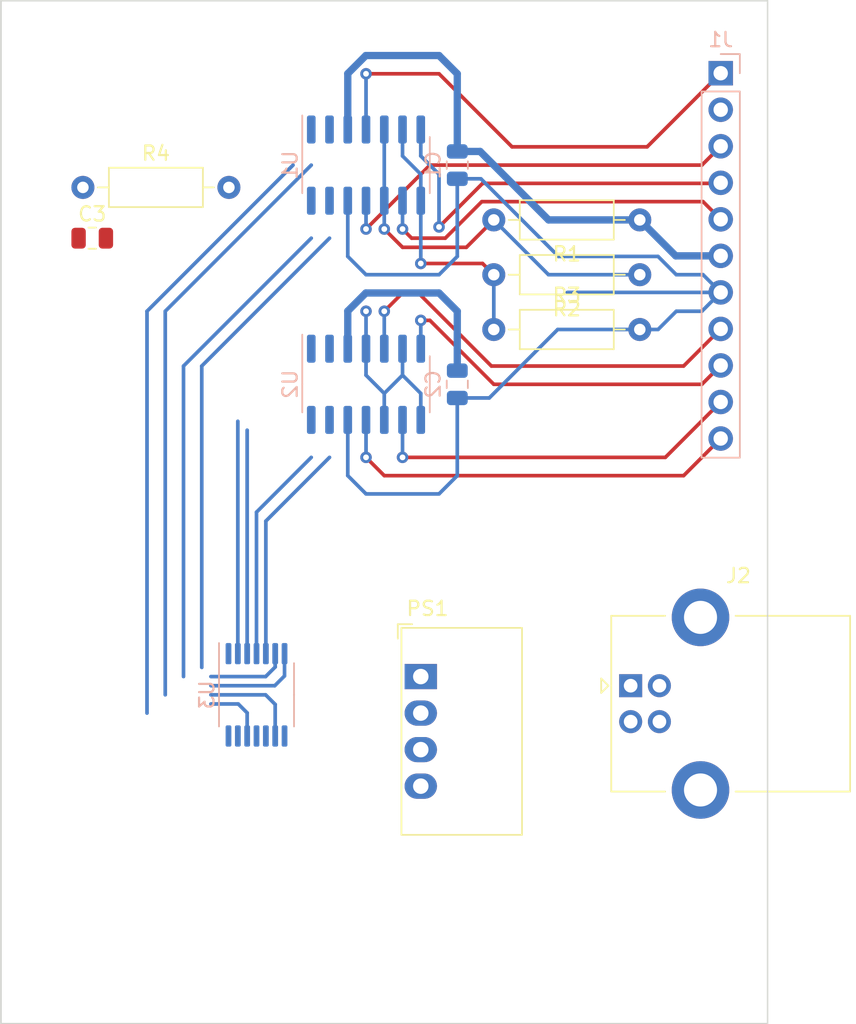
<source format=kicad_pcb>
(kicad_pcb (version 20211014) (generator pcbnew)
  (layers (0 "F.Cu" signal) (31 "B.Cu" signal) (34 "B.Paste" user) (35 "F.Paste" user) (36 "B.SilkS" user "B.Silkscreen") (37 "F.SilkS" user "F.Silkscreen") (38 "B.Mask" user) (39 "F.Mask" user) (44 "Edge.Cuts" user))
  (net 0 "")
  (net 1 "/~{T}")
  (net 2 "/~{ZERO}")
  (net 3 "/S1")
  (net 4 "/S4")
  (net 5 "/S")
  (net 6 "+5V")
  (net 7 "GND")
  (net 8 "/Y")
  (net 9 "/X")
  (net 10 "/W")
  (net 11 "/Z")
  (net 12 "/S1'")
  (net 13 "/T")
  (net 14 "/S4'")
  (net 15 "/S'")
  (net 16 "/X'")
  (net 17 "/Y'")
  (net 18 "/W'")
  (net 19 "/Z'")
  (net 20 "+3V3")
  (net 21 "/Tx")
  (net 22 "/VREF1")
  (net 23 "/VREF2")
  (net 24 "/Rx")
  (net 36 "Net-(U1-Pad14)")
  (footprint "Resistor_THT:R_Axial_DIN0207_L6.3mm_D2.5mm_P10.16mm_Horizontal" (layer "F.Cu") (at 90.17 76.2 180)
    (fp_text reference "R1" (at 5.08 -2.37) (layer "F.SilkS"))
    (fp_text value "150k")
    (fp_line (start 8.35 -1.37) (end 1.81 -1.37) (layer "F.SilkS") (width 0.12))
    (fp_line (start 9.12 0) (end 8.35 0) (layer "F.SilkS") (width 0.12))
    (fp_line (start 1.04 0) (end 1.81 0) (layer "F.SilkS") (width 0.12))
    (fp_line (start 8.35 1.37) (end 8.35 -1.37) (layer "F.SilkS") (width 0.12))
    (fp_line (start 1.81 -1.37) (end 1.81 1.37) (layer "F.SilkS") (width 0.12))
    (fp_line (start 1.81 1.37) (end 8.35 1.37) (layer "F.SilkS") (width 0.12))
    (pad "1" thru_hole circle (at 0 0 180) (size 1.6 1.6) (drill 0.8) (layers *.Cu *.Mask) (net 6 "+5V"))
    (pad "2" thru_hole oval (at 10.16 0 180) (size 1.6 1.6) (drill 0.8) (layers *.Cu *.Mask) (net 22 "/VREF1"))
  )
  (footprint "Connector_USB:USB_B_Lumberg_2411_02_Horizontal" (layer "F.Cu") (at 89.535 108.585)
    (fp_text reference "J2" (at 7.5 -7.65) (layer "F.SilkS"))
    (fp_text value "USB_B")
    (fp_line (start -1.55 0) (end -2.05 -0.5) (layer "F.SilkS") (width 0.12))
    (fp_line (start -1.35 -4.86) (end 2.4 -4.86) (layer "F.SilkS") (width 0.12))
    (fp_line (start 15.27 -4.86) (end 7.3 -4.86) (layer "F.SilkS") (width 0.12))
    (fp_line (start 15.27 7.36) (end 7.3 7.36) (layer "F.SilkS") (width 0.12))
    (fp_line (start 15.27 7.36) (end 15.27 -4.86) (layer "F.SilkS") (width 0.12))
    (fp_line (start -1.35 7.36) (end 2.4 7.36) (layer "F.SilkS") (width 0.12))
    (fp_line (start -2.05 0.5) (end -1.55 0) (layer "F.SilkS") (width 0.12))
    (fp_line (start -2.05 -0.5) (end -2.05 0.5) (layer "F.SilkS") (width 0.12))
    (fp_line (start -1.35 7.36) (end -1.35 -4.86) (layer "F.SilkS") (width 0.12))
    (pad "1" thru_hole rect (at 0 0 90) (size 1.6 1.6) (drill 0.95) (layers *.Cu *.Mask))
    (pad "2" thru_hole circle (at 0 2.5 90) (size 1.6 1.6) (drill 0.95) (layers *.Cu *.Mask))
    (pad "3" thru_hole circle (at 2 2.5 90) (size 1.6 1.6) (drill 0.95) (layers *.Cu *.Mask))
    (pad "4" thru_hole circle (at 2 0 90) (size 1.6 1.6) (drill 0.95) (layers *.Cu *.Mask))
    (pad "5" thru_hole circle (at 4.86 7.25 90) (size 4 4) (drill 2.3) (layers *.Cu *.Mask))
    (pad "5" thru_hole circle (at 4.86 -4.75 90) (size 4 4) (drill 2.3) (layers *.Cu *.Mask))
  )
  (footprint "MountingHole:MountingHole_3.2mm_M3" (layer "F.Cu") (at 88.3 66)
    (fp_text reference "H3" hide)
    (fp_text value "MountingHole")
    (pad "" np_thru_hole circle (at 0 0) (size 3.2 3.2) (drill 3.2) (layers *.Cu *.Mask))
  )
  (footprint "Resistor_THT:R_Axial_DIN0207_L6.3mm_D2.5mm_P10.16mm_Horizontal" (layer "F.Cu") (at 90.17 80.01 180)
    (fp_text reference "R2" (at 5.08 -2.37) (layer "F.SilkS"))
    (fp_text value "50k")
    (fp_line (start 9.12 0) (end 8.35 0) (layer "F.SilkS") (width 0.12))
    (fp_line (start 1.81 -1.37) (end 1.81 1.37) (layer "F.SilkS") (width 0.12))
    (fp_line (start 8.35 -1.37) (end 1.81 -1.37) (layer "F.SilkS") (width 0.12))
    (fp_line (start 8.35 1.37) (end 8.35 -1.37) (layer "F.SilkS") (width 0.12))
    (fp_line (start 1.04 0) (end 1.81 0) (layer "F.SilkS") (width 0.12))
    (fp_line (start 1.81 1.37) (end 8.35 1.37) (layer "F.SilkS") (width 0.12))
    (pad "1" thru_hole circle (at 0 0 180) (size 1.6 1.6) (drill 0.8) (layers *.Cu *.Mask) (net 22 "/VREF1"))
    (pad "2" thru_hole oval (at 10.16 0 180) (size 1.6 1.6) (drill 0.8) (layers *.Cu *.Mask) (net 23 "/VREF2"))
  )
  (footprint "MountingHole:MountingHole_3.2mm_M3" (layer "F.Cu") (at 50.8 127)
    (fp_text reference "H1" hide)
    (fp_text value "MountingHole")
    (pad "" np_thru_hole circle (at 0 0) (size 3.2 3.2) (drill 3.2) (layers *.Cu *.Mask))
  )
  (footprint "MountingHole:MountingHole_3.2mm_M3" (layer "F.Cu") (at 88.3 127)
    (fp_text reference "H2" hide)
    (fp_text value "MountingHole")
    (pad "" np_thru_hole circle (at 0 0) (size 3.2 3.2) (drill 3.2) (layers *.Cu *.Mask))
  )
  (footprint "Resistor_THT:R_Axial_DIN0207_L6.3mm_D2.5mm_P10.16mm_Horizontal" (layer "F.Cu") (at 51.42 73.94)
    (fp_text reference "R4" (at 5.08 -2.37) (layer "F.SilkS"))
    (fp_text value "15k")
    (fp_line (start 1.81 1.37) (end 8.35 1.37) (layer "F.SilkS") (width 0.12))
    (fp_line (start 9.12 0) (end 8.35 0) (layer "F.SilkS") (width 0.12))
    (fp_line (start 8.35 -1.37) (end 1.81 -1.37) (layer "F.SilkS") (width 0.12))
    (fp_line (start 8.35 1.37) (end 8.35 -1.37) (layer "F.SilkS") (width 0.12))
    (fp_line (start 1.04 0) (end 1.81 0) (layer "F.SilkS") (width 0.12))
    (fp_line (start 1.81 -1.37) (end 1.81 1.37) (layer "F.SilkS") (width 0.12))
    (pad "1" thru_hole circle (at 0 0) (size 1.6 1.6) (drill 0.8) (layers *.Cu *.Mask) (net 36 "Net-(U1-Pad14)"))
    (pad "2" thru_hole oval (at 10.16 0) (size 1.6 1.6) (drill 0.8) (layers *.Cu *.Mask) (net 15 "/S'"))
  )
  (footprint "MountingHole:MountingHole_3.2mm_M3" (layer "F.Cu") (at 50.8 66)
    (fp_text reference "H4" hide)
    (fp_text value "MountingHole")
    (pad "" np_thru_hole circle (at 0 0) (size 3.2 3.2) (drill 3.2) (layers *.Cu *.Mask))
  )
  (footprint "Converter_DCDC:Converter_DCDC_Murata_MEE3SxxxxSC_THT" (layer "F.Cu") (at 74.93 107.95)
    (fp_text reference "PS1" (at 0.47 -4.73) (layer "F.SilkS"))
    (fp_text value "MEE3S0505SC")
    (fp_line (start -1.345 -3.385) (end -1.345 11.005) (layer "F.SilkS") (width 0.12))
    (fp_line (start 7.045 11.005) (end -1.345 11.005) (layer "F.SilkS") (width 0.12))
    (fp_line (start -1.6 -3.64) (end -1.6 -2.64) (layer "F.SilkS") (width 0.12))
    (fp_line (start 7.045 -3.385) (end 7.045 11.005) (layer "F.SilkS") (width 0.12))
    (fp_line (start -0.6 -3.64) (end -1.6 -3.64) (layer "F.SilkS") (width 0.12))
    (fp_line (start 7.045 -3.385) (end -1.345 -3.385) (layer "F.SilkS") (width 0.12))
    (pad "1" thru_hole rect (at 0 0 270) (size 1.75 2.25) (drill 1.075) (layers *.Cu *.Mask))
    (pad "2" thru_hole oval (at 0 2.54 270) (size 1.75 2.25) (drill 1.075) (layers *.Cu *.Mask))
    (pad "3" thru_hole oval (at 0 5.08 270) (size 1.75 2.25) (drill 1.075) (layers *.Cu *.Mask))
    (pad "4" thru_hole oval (at 0 7.62 270) (size 1.75 2.25) (drill 1.075) (layers *.Cu *.Mask))
  )
  (footprint "Capacitor_SMD:C_0805_2012Metric" (layer "F.Cu") (at 52.07 77.47)
    (fp_text reference "C3" (at 0 -1.68) (layer "F.SilkS"))
    (fp_text value "68p")
    (fp_line (start -0.261252 0.735) (end 0.261252 0.735) (layer "F.SilkS") (width 0.12))
    (fp_line (start -0.261252 -0.735) (end 0.261252 -0.735) (layer "F.SilkS") (width 0.12))
    (pad "1" smd roundrect (at -0.95 0) (size 1 1.45) (layers "F.Cu" "F.Paste" "F.Mask") (net 15 "/S'"))
    (pad "2" smd roundrect (at 0.95 0) (size 1 1.45) (layers "F.Cu" "F.Paste" "F.Mask") (net 7 "GND"))
  )
  (footprint "Resistor_THT:R_Axial_DIN0207_L6.3mm_D2.5mm_P10.16mm_Horizontal" (layer "F.Cu") (at 80.01 83.82)
    (fp_text reference "R3" (at 5.08 -2.37) (layer "F.SilkS"))
    (fp_text value "100k")
    (fp_line (start 8.35 1.37) (end 8.35 -1.37) (layer "F.SilkS") (width 0.12))
    (fp_line (start 9.12 0) (end 8.35 0) (layer "F.SilkS") (width 0.12))
    (fp_line (start 8.35 -1.37) (end 1.81 -1.37) (layer "F.SilkS") (width 0.12))
    (fp_line (start 1.81 1.37) (end 8.35 1.37) (layer "F.SilkS") (width 0.12))
    (fp_line (start 1.81 -1.37) (end 1.81 1.37) (layer "F.SilkS") (width 0.12))
    (fp_line (start 1.04 0) (end 1.81 0) (layer "F.SilkS") (width 0.12))
    (pad "1" thru_hole circle (at 0 0) (size 1.6 1.6) (drill 0.8) (layers *.Cu *.Mask) (net 23 "/VREF2"))
    (pad "2" thru_hole oval (at 10.16 0) (size 1.6 1.6) (drill 0.8) (layers *.Cu *.Mask) (net 7 "GND"))
  )
  (footprint "Connector_PinHeader_2.54mm:PinHeader_1x11_P2.54mm_Vertical" (layer "B.Cu") (at 95.8 66 180)
    (fp_text reference "J1" (at 0 2.33) (layer "B.SilkS") (effects (justify mirror)))
    (fp_text value "Conn_01x11_Male")
    (fp_line (start -1.33 -1.27) (end 1.33 -1.27) (layer "B.SilkS") (width 0.12))
    (fp_line (start 1.33 -1.27) (end 1.33 -26.73) (layer "B.SilkS") (width 0.12))
    (fp_line (start -1.33 -1.27) (end -1.33 -26.73) (layer "B.SilkS") (width 0.12))
    (fp_line (start -1.33 1.33) (end 0 1.33) (layer "B.SilkS") (width 0.12))
    (fp_line (start -1.33 -26.73) (end 1.33 -26.73) (layer "B.SilkS") (width 0.12))
    (fp_line (start -1.33 0) (end -1.33 1.33) (layer "B.SilkS") (width 0.12))
    (pad "1" thru_hole rect (at 0 0 180) (size 1.7 1.7) (drill 1) (layers *.Cu *.Mask) (net 1 "/~{T}"))
    (pad "2" thru_hole oval (at 0 -2.54 180) (size 1.7 1.7) (drill 1) (layers *.Cu *.Mask) (net 2 "/~{ZERO}"))
    (pad "3" thru_hole oval (at 0 -5.08 180) (size 1.7 1.7) (drill 1) (layers *.Cu *.Mask) (net 3 "/S1"))
    (pad "4" thru_hole oval (at 0 -7.62 180) (size 1.7 1.7) (drill 1) (layers *.Cu *.Mask) (net 4 "/S4"))
    (pad "5" thru_hole oval (at 0 -10.16 180) (size 1.7 1.7) (drill 1) (layers *.Cu *.Mask) (net 5 "/S"))
    (pad "6" thru_hole oval (at 0 -12.7 180) (size 1.7 1.7) (drill 1) (layers *.Cu *.Mask) (net 6 "+5V"))
    (pad "7" thru_hole oval (at 0 -15.24 180) (size 1.7 1.7) (drill 1) (layers *.Cu *.Mask) (net 7 "GND"))
    (pad "8" thru_hole oval (at 0 -17.78 180) (size 1.7 1.7) (drill 1) (layers *.Cu *.Mask) (net 8 "/Y"))
    (pad "9" thru_hole oval (at 0 -20.32 180) (size 1.7 1.7) (drill 1) (layers *.Cu *.Mask) (net 9 "/X"))
    (pad "10" thru_hole oval (at 0 -22.86 180) (size 1.7 1.7) (drill 1) (layers *.Cu *.Mask) (net 10 "/W"))
    (pad "11" thru_hole oval (at 0 -25.4 180) (size 1.7 1.7) (drill 1) (layers *.Cu *.Mask) (net 11 "/Z"))
  )
  (footprint "Package_SO:SOIC-14_3.9x8.7mm_P1.27mm" (layer "B.Cu") (at 71.12 72.39 -90)
    (fp_text reference "U1" (at 0 5.28 -270) (layer "B.SilkS") (effects (justify mirror)))
    (fp_text value "LM339")
    (fp_line (start 0 -4.435) (end -1.95 -4.435) (layer "B.SilkS") (width 0.12))
    (fp_line (start 0 -4.435) (end 1.95 -4.435) (layer "B.SilkS") (width 0.12))
    (fp_line (start 0 4.435) (end -3.45 4.435) (layer "B.SilkS") (width 0.12))
    (fp_line (start 0 4.435) (end 1.95 4.435) (layer "B.SilkS") (width 0.12))
    (pad "1" smd roundrect (at -2.475 3.81 270) (size 1.95 0.6) (layers "B.Cu" "B.Paste" "B.Mask") (net 14 "/S4'"))
    (pad "2" smd roundrect (at -2.475 2.54 270) (size 1.95 0.6) (layers "B.Cu" "B.Paste" "B.Mask") (net 13 "/T"))
    (pad "3" smd roundrect (at -2.475 1.27 270) (size 1.95 0.6) (layers "B.Cu" "B.Paste" "B.Mask") (net 6 "+5V"))
    (pad "4" smd roundrect (at -2.475 0 270) (size 1.95 0.6) (layers "B.Cu" "B.Paste" "B.Mask") (net 1 "/~{T}"))
    (pad "5" smd roundrect (at -2.475 -1.27 270) (size 1.95 0.6) (layers "B.Cu" "B.Paste" "B.Mask") (net 22 "/VREF1"))
    (pad "6" smd roundrect (at -2.475 -2.54 270) (size 1.95 0.6) (layers "B.Cu" "B.Paste" "B.Mask") (net 23 "/VREF2"))
    (pad "7" smd roundrect (at -2.475 -3.81 270) (size 1.95 0.6) (layers "B.Cu" "B.Paste" "B.Mask") (net 4 "/S4"))
    (pad "8" smd roundrect (at 2.475 -3.81 270) (size 1.95 0.6) (layers "B.Cu" "B.Paste" "B.Mask") (net 23 "/VREF2"))
    (pad "9" smd roundrect (at 2.475 -2.54 270) (size 1.95 0.6) (layers "B.Cu" "B.Paste" "B.Mask") (net 5 "/S"))
    (pad "10" smd roundrect (at 2.475 -1.27 270) (size 1.95 0.6) (layers "B.Cu" "B.Paste" "B.Mask") (net 22 "/VREF1"))
    (pad "11" smd roundrect (at 2.475 0 270) (size 1.95 0.6) (layers "B.Cu" "B.Paste" "B.Mask") (net 3 "/S1"))
    (pad "12" smd roundrect (at 2.475 1.27 270) (size 1.95 0.6) (layers "B.Cu" "B.Paste" "B.Mask") (net 7 "GND"))
    (pad "13" smd roundrect (at 2.475 2.54 270) (size 1.95 0.6) (layers "B.Cu" "B.Paste" "B.Mask") (net 12 "/S1'"))
    (pad "14" smd roundrect (at 2.475 3.81 270) (size 1.95 0.6) (layers "B.Cu" "B.Paste" "B.Mask") (net 36 "Net-(U1-Pad14)"))
  )
  (footprint "Package_SO:SOIC-14_3.9x8.7mm_P1.27mm" (layer "B.Cu") (at 71.12 87.63 -90)
    (fp_text reference "U2" (at 0 5.28 -270) (layer "B.SilkS") (effects (justify mirror)))
    (fp_text value "LM339")
    (fp_line (start 0 -4.435) (end 1.95 -4.435) (layer "B.SilkS") (width 0.12))
    (fp_line (start 0 -4.435) (end -1.95 -4.435) (layer "B.SilkS") (width 0.12))
    (fp_line (start 0 4.435) (end 1.95 4.435) (layer "B.SilkS") (width 0.12))
    (fp_line (start 0 4.435) (end -3.45 4.435) (layer "B.SilkS") (width 0.12))
    (pad "1" smd roundrect (at -2.475 3.81 270) (size 1.95 0.6) (layers "B.Cu" "B.Paste" "B.Mask") (net 16 "/X'"))
    (pad "2" smd roundrect (at -2.475 2.54 270) (size 1.95 0.6) (layers "B.Cu" "B.Paste" "B.Mask") (net 17 "/Y'"))
    (pad "3" smd roundrect (at -2.475 1.27 270) (size 1.95 0.6) (layers "B.Cu" "B.Paste" "B.Mask") (net 6 "+5V"))
    (pad "4" smd roundrect (at -2.475 0 270) (size 1.95 0.6) (layers "B.Cu" "B.Paste" "B.Mask") (net 22 "/VREF1"))
    (pad "5" smd roundrect (at -2.475 -1.27 270) (size 1.95 0.6) (layers "B.Cu" "B.Paste" "B.Mask") (net 8 "/Y"))
    (pad "6" smd roundrect (at -2.475 -2.54 270) (size 1.95 0.6) (layers "B.Cu" "B.Paste" "B.Mask") (net 22 "/VREF1"))
    (pad "7" smd roundrect (at -2.475 -3.81 270) (size 1.95 0.6) (layers "B.Cu" "B.Paste" "B.Mask") (net 9 "/X"))
    (pad "8" smd roundrect (at 2.475 -3.81 270) (size 1.95 0.6) (layers "B.Cu" "B.Paste" "B.Mask") (net 22 "/VREF1"))
    (pad "9" smd roundrect (at 2.475 -2.54 270) (size 1.95 0.6) (layers "B.Cu" "B.Paste" "B.Mask") (net 10 "/W"))
    (pad "10" smd roundrect (at 2.475 -1.27 270) (size 1.95 0.6) (layers "B.Cu" "B.Paste" "B.Mask") (net 22 "/VREF1"))
    (pad "11" smd roundrect (at 2.475 0 270) (size 1.95 0.6) (layers "B.Cu" "B.Paste" "B.Mask") (net 11 "/Z"))
    (pad "12" smd roundrect (at 2.475 1.27 270) (size 1.95 0.6) (layers "B.Cu" "B.Paste" "B.Mask") (net 7 "GND"))
    (pad "13" smd roundrect (at 2.475 2.54 270) (size 1.95 0.6) (layers "B.Cu" "B.Paste" "B.Mask") (net 19 "/Z'"))
    (pad "14" smd roundrect (at 2.475 3.81 270) (size 1.95 0.6) (layers "B.Cu" "B.Paste" "B.Mask") (net 18 "/W'"))
  )
  (footprint "Capacitor_SMD:C_0805_2012Metric" (layer "B.Cu") (at 77.47 72.39 -90)
    (fp_text reference "C1" (at 0 1.68 90) (layer "B.SilkS") (effects (justify mirror)))
    (fp_text value "C")
    (fp_line (start -0.261252 0.735) (end 0.261252 0.735) (layer "B.SilkS") (width 0.12))
    (fp_line (start -0.261252 -0.735) (end 0.261252 -0.735) (layer "B.SilkS") (width 0.12))
    (pad "1" smd roundrect (at -0.95 0 270) (size 1 1.45) (layers "B.Cu" "B.Paste" "B.Mask") (net 6 "+5V"))
    (pad "2" smd roundrect (at 0.95 0 270) (size 1 1.45) (layers "B.Cu" "B.Paste" "B.Mask") (net 7 "GND"))
  )
  (footprint "Package_SO:TSSOP-14_4.4x5mm_P0.65mm" (layer "B.Cu") (at 63.5 109.22 -90)
    (fp_text reference "U3" (at 0 3.45 90) (layer "B.SilkS") (effects (justify mirror)))
    (fp_text value "MSP430G2452IPW14")
    (fp_line (start 0 2.61) (end 2.2 2.61) (layer "B.SilkS") (width 0.12))
    (fp_line (start 0 -2.61) (end -2.2 -2.61) (layer "B.SilkS") (width 0.12))
    (fp_line (start 0 2.61) (end -3.6 2.61) (layer "B.SilkS") (width 0.12))
    (fp_line (start 0 -2.61) (end 2.2 -2.61) (layer "B.SilkS") (width 0.12))
    (pad "1" smd roundrect (at -2.8625 1.95 270) (size 1.475 0.4) (layers "B.Cu" "B.Paste" "B.Mask") (net 20 "+3V3"))
    (pad "2" smd roundrect (at -2.8625 1.3 270) (size 1.475 0.4) (layers "B.Cu" "B.Paste" "B.Mask") (net 19 "/Z'"))
    (pad "3" smd roundrect (at -2.8625 0.65 270) (size 1.475 0.4) (layers "B.Cu" "B.Paste" "B.Mask") (net 17 "/Y'"))
    (pad "4" smd roundrect (at -2.8625 0 270) (size 1.475 0.4) (layers "B.Cu" "B.Paste" "B.Mask") (net 16 "/X'"))
    (pad "5" smd roundrect (at -2.8625 -0.65 270) (size 1.475 0.4) (layers "B.Cu" "B.Paste" "B.Mask") (net 18 "/W'"))
    (pad "6" smd roundrect (at -2.8625 -1.3 270) (size 1.475 0.4) (layers "B.Cu" "B.Paste" "B.Mask") (net 13 "/T"))
    (pad "7" smd roundrect (at -2.8625 -1.95 270) (size 1.475 0.4) (layers "B.Cu" "B.Paste" "B.Mask") (net 15 "/S'"))
    (pad "8" smd roundrect (at 2.8625 -1.95 270) (size 1.475 0.4) (layers "B.Cu" "B.Paste" "B.Mask") (net 21 "/Tx"))
    (pad "9" smd roundrect (at 2.8625 -1.3 270) (size 1.475 0.4) (layers "B.Cu" "B.Paste" "B.Mask") (net 24 "/Rx"))
    (pad "10" smd roundrect (at 2.8625 -0.65 270) (size 1.475 0.4) (layers "B.Cu" "B.Paste" "B.Mask"))
    (pad "11" smd roundrect (at 2.8625 0 270) (size 1.475 0.4) (layers "B.Cu" "B.Paste" "B.Mask"))
    (pad "12" smd roundrect (at 2.8625 0.65 270) (size 1.475 0.4) (layers "B.Cu" "B.Paste" "B.Mask") (net 14 "/S4'"))
    (pad "13" smd roundrect (at 2.8625 1.3 270) (size 1.475 0.4) (layers "B.Cu" "B.Paste" "B.Mask") (net 12 "/S1'"))
    (pad "14" smd roundrect (at 2.8625 1.95 270) (size 1.475 0.4) (layers "B.Cu" "B.Paste" "B.Mask") (net 7 "GND"))
  )
  (footprint "Capacitor_SMD:C_0805_2012Metric" (layer "B.Cu") (at 77.47 87.63 -90)
    (fp_text reference "C2" (at 0 1.68 90) (layer "B.SilkS") (effects (justify mirror)))
    (fp_text value "C")
    (fp_line (start -0.261252 -0.735) (end 0.261252 -0.735) (layer "B.SilkS") (width 0.12))
    (fp_line (start -0.261252 0.735) (end 0.261252 0.735) (layer "B.SilkS") (width 0.12))
    (pad "1" smd roundrect (at -0.95 0 270) (size 1 1.45) (layers "B.Cu" "B.Paste" "B.Mask") (net 6 "+5V"))
    (pad "2" smd roundrect (at 0.95 0 270) (size 1 1.45) (layers "B.Cu" "B.Paste" "B.Mask") (net 7 "GND"))
  )
  (gr_line (start 99.06 132.08) (end 45.72 132.08) (layer "Edge.Cuts") (width 0.1))
  (gr_line (start 99.06 60.96) (end 99.06 132.08) (layer "Edge.Cuts") (width 0.1))
  (gr_line (start 45.72 132.08) (end 45.72 60.96) (layer "Edge.Cuts") (width 0.1))
  (gr_line (start 45.72 60.96) (end 99.06 60.96) (layer "Edge.Cuts") (width 0.1))
  (segment (start 81.28 71.12) (end 90.68 71.12) (width 0.254) (layer "F.Cu") (net 1))
  (segment (start 71.12 66.04) (end 76.2 66.04) (width 0.254) (layer "F.Cu") (net 1))
  (segment (start 76.2 66.04) (end 81.28 71.12) (width 0.254) (layer "F.Cu") (net 1))
  (segment (start 90.68 71.12) (end 95.8 66) (width 0.254) (layer "F.Cu") (net 1))
  (via (at 71.12 66.04) (size 0.8) (drill 0.4) (layers "F.Cu" "B.Cu") (net 1))
  (segment (start 71.12 69.915) (end 71.12 66.04) (width 0.254) (layer "B.Cu") (net 1))
  (segment (start 75.565 72.39) (end 71.12 76.835) (width 0.254) (layer "F.Cu") (net 3))
  (segment (start 95.8 71.08) (end 94.49 72.39) (width 0.254) (layer "F.Cu") (net 3))
  (segment (start 94.49 72.39) (end 75.565 72.39) (width 0.254) (layer "F.Cu") (net 3))
  (via (at 71.12 76.835) (size 0.8) (drill 0.4) (layers "F.Cu" "B.Cu") (net 3))
  (segment (start 71.12 74.865) (end 71.12 76.835) (width 0.254) (layer "B.Cu") (net 3))
  (segment (start 79.2295 73.66) (end 76.2 76.6895) (width 0.254) (layer "F.Cu") (net 4))
  (segment (start 95.76 73.66) (end 79.2295 73.66) (width 0.254) (layer "F.Cu") (net 4))
  (segment (start 95.8 73.62) (end 95.76 73.66) (width 0.254) (layer "F.Cu") (net 4))
  (via (at 76.2 76.6895) (size 0.8) (drill 0.4) (layers "F.Cu" "B.Cu") (net 4))
  (segment (start 74.93 71.755) (end 75.565 72.39) (width 0.254) (layer "B.Cu") (net 4))
  (segment (start 75.565 72.39) (end 76.2 73.025) (width 0.254) (layer "B.Cu") (net 4))
  (segment (start 74.93 69.915) (end 74.93 71.755) (width 0.254) (layer "B.Cu") (net 4))
  (segment (start 76.2 73.025) (end 76.2 76.6895) (width 0.254) (layer "B.Cu") (net 4))
  (segment (start 79.175252 74.93) (end 76.635241 77.470011) (width 0.254) (layer "F.Cu") (net 5))
  (segment (start 76.635241 77.470011) (end 74.295011 77.470011) (width 0.254) (layer "F.Cu") (net 5))
  (segment (start 74.295011 77.470011) (end 73.66 76.835) (width 0.254) (layer "F.Cu") (net 5))
  (segment (start 94.57 74.93) (end 79.175252 74.93) (width 0.254) (layer "F.Cu") (net 5))
  (segment (start 95.8 76.16) (end 94.57 74.93) (width 0.254) (layer "F.Cu") (net 5))
  (via (at 73.66 76.835) (size 0.8) (drill 0.4) (layers "F.Cu" "B.Cu") (net 5))
  (segment (start 73.66 76.835) (end 73.66 74.865) (width 0.254) (layer "B.Cu") (net 5))
  (segment (start 77.47 66.04) (end 77.47 71.44) (width 0.508) (layer "B.Cu") (net 6))
  (segment (start 69.85 82.536585) (end 71.106585 81.28) (width 0.508) (layer "B.Cu") (net 6))
  (segment (start 79.06 71.44) (end 83.82 76.2) (width 0.508) (layer "B.Cu") (net 6))
  (segment (start 77.47 82.55) (end 77.47 86.68) (width 0.508) (layer "B.Cu") (net 6))
  (segment (start 69.85 66.026585) (end 71.106585 64.77) (width 0.508) (layer "B.Cu") (net 6))
  (segment (start 69.85 85.155) (end 69.85 82.536585) (width 0.508) (layer "B.Cu") (net 6))
  (segment (start 83.82 76.2) (end 90.17 76.2) (width 0.508) (layer "B.Cu") (net 6))
  (segment (start 95.8 78.7) (end 92.67 78.7) (width 0.508) (layer "B.Cu") (net 6))
  (segment (start 76.2 64.77) (end 77.47 66.04) (width 0.508) (layer "B.Cu") (net 6))
  (segment (start 92.67 78.7) (end 90.17 76.2) (width 0.508) (layer "B.Cu") (net 6))
  (segment (start 71.106585 81.28) (end 76.2 81.28) (width 0.508) (layer "B.Cu") (net 6))
  (segment (start 76.2 81.28) (end 77.47 82.55) (width 0.508) (layer "B.Cu") (net 6))
  (segment (start 69.85 69.915) (end 69.85 66.026585) (width 0.508) (layer "B.Cu") (net 6))
  (segment (start 71.106585 64.77) (end 76.2 64.77) (width 0.508) (layer "B.Cu") (net 6))
  (segment (start 77.47 71.44) (end 79.06 71.44) (width 0.508) (layer "B.Cu") (net 6))
  (segment (start 94.49 82.55) (end 95.8 81.24) (width 0.254) (layer "B.Cu") (net 7))
  (segment (start 76.2 80.01) (end 77.47 78.74) (width 0.254) (layer "B.Cu") (net 7))
  (segment (start 71.12 95.25) (end 69.85 93.98) (width 0.254) (layer "B.Cu") (net 7))
  (segment (start 77.47 93.98) (end 76.2 95.25) (width 0.254) (layer "B.Cu") (net 7))
  (segment (start 94.57 80.01) (end 92.71 80.01) (width 0.254) (layer "B.Cu") (net 7))
  (segment (start 77.47 88.58) (end 77.47 93.98) (width 0.254) (layer "B.Cu") (net 7))
  (segment (start 91.44 83.82) (end 90.17 83.82) (width 0.254) (layer "B.Cu") (net 7))
  (segment (start 84.455 83.82) (end 90.17 83.82) (width 0.254) (layer "B.Cu") (net 7))
  (segment (start 77.47 78.74) (end 77.47 73.34) (width 0.254) (layer "B.Cu") (net 7))
  (segment (start 69.85 93.98) (end 69.85 90.105) (width 0.254) (layer "B.Cu") (net 7))
  (segment (start 79.695 88.58) (end 84.455 83.82) (width 0.254) (layer "B.Cu") (net 7))
  (segment (start 69.85 78.74) (end 71.12 80.01) (width 0.254) (layer "B.Cu") (net 7))
  (segment (start 79.111689 73.34) (end 77.47 73.34) (width 0.254) (layer "B.Cu") (net 7))
  (segment (start 69.85 74.865) (end 69.85 78.74) (width 0.254) (layer "B.Cu") (net 7))
  (segment (start 95.8 81.24) (end 85.13 81.24) (width 0.254) (layer "B.Cu") (net 7))
  (segment (start 91.44 78.74) (end 84.511689 78.74) (width 0.254) (layer "B.Cu") (net 7))
  (segment (start 95.8 81.24) (end 94.57 80.01) (width 0.254) (layer "B.Cu") (net 7))
  (segment (start 77.47 88.58) (end 79.695 88.58) (width 0.254) (layer "B.Cu") (net 7))
  (segment (start 71.12 80.01) (end 76.2 80.01) (width 0.254) (layer "B.Cu") (net 7))
  (segment (start 92.71 82.55) (end 94.49 82.55) (width 0.254) (layer "B.Cu") (net 7))
  (segment (start 91.44 83.82) (end 92.71 82.55) (width 0.254) (layer "B.Cu") (net 7))
  (segment (start 84.511689 78.74) (end 79.111689 73.34) (width 0.254) (layer "B.Cu") (net 7))
  (segment (start 76.2 95.25) (end 71.12 95.25) (width 0.254) (layer "B.Cu") (net 7))
  (segment (start 92.71 80.01) (end 91.44 78.74) (width 0.254) (layer "B.Cu") (net 7))
  (segment (start 72.39 82.55) (end 73.66 81.28) (width 0.254) (layer "F.Cu") (net 8))
  (segment (start 79.84381 86.36) (end 93.22 86.36) (width 0.254) (layer "F.Cu") (net 8))
  (segment (start 93.22 86.36) (end 95.8 83.78) (width 0.254) (layer "F.Cu") (net 8))
  (segment (start 73.66 81.28) (end 74.76381 81.28) (width 0.254) (layer "F.Cu") (net 8))
  (segment (start 74.76381 81.28) (end 79.84381 86.36) (width 0.254) (layer "F.Cu") (net 8))
  (via (at 72.39 82.55) (size 0.8) (drill 0.4) (layers "F.Cu" "B.Cu") (net 8))
  (segment (start 72.39 85.155) (end 72.39 82.55) (width 0.254) (layer "B.Cu") (net 8))
  (segment (start 74.93 83.185) (end 75.565 83.185) (width 0.254) (layer "F.Cu") (net 9))
  (segment (start 94.49 87.63) (end 95.8 86.32) (width 0.254) (layer "F.Cu") (net 9))
  (segment (start 80.01 87.63) (end 94.49 87.63) (width 0.254) (layer "F.Cu") (net 9))
  (segment (start 75.565 83.185) (end 80.01 87.63) (width 0.254) (layer "F.Cu") (net 9))
  (via (at 74.93 83.185) (size 0.8) (drill 0.4) (layers "F.Cu" "B.Cu") (net 9))
  (segment (start 74.93 83.185) (end 74.93 85.155) (width 0.254) (layer "B.Cu") (net 9))
  (segment (start 91.95 92.71) (end 73.66 92.71) (width 0.254) (layer "F.Cu") (net 10))
  (segment (start 95.8 88.86) (end 91.95 92.71) (width 0.254) (layer "F.Cu") (net 10))
  (via (at 73.66 92.71) (size 0.8) (drill 0.4) (layers "F.Cu" "B.Cu") (net 10))
  (segment (start 73.66 92.71) (end 73.66 90.105) (width 0.254) (layer "B.Cu") (net 10))
  (segment (start 71.12 92.71) (end 72.39 93.98) (width 0.254) (layer "F.Cu") (net 11))
  (segment (start 93.22 93.98) (end 95.8 91.4) (width 0.254) (layer "F.Cu") (net 11))
  (segment (start 72.39 93.98) (end 93.22 93.98) (width 0.254) (layer "F.Cu") (net 11))
  (via (at 71.12 92.71) (size 0.8) (drill 0.4) (layers "F.Cu" "B.Cu") (net 11))
  (segment (start 71.12 90.105) (end 71.12 92.71) (width 0.254) (layer "B.Cu") (net 11))
  (segment (start 68.58 77.47) (end 59.69 86.36) (width 0.254) (layer "B.Cu") (net 12))
  (segment (start 59.69 86.36) (end 59.69 107.315) (width 0.254) (layer "B.Cu") (net 12))
  (segment (start 57.15 82.55) (end 57.15 109.22) (width 0.254) (layer "B.Cu") (net 13))
  (segment (start 64.8 106.3575) (end 64.8 107.285) (width 0.254) (layer "B.Cu") (net 13))
  (segment (start 64.135 107.95) (end 60.325 107.95) (width 0.254) (layer "B.Cu") (net 13))
  (segment (start 64.8 107.285) (end 64.135 107.95) (width 0.254) (layer "B.Cu") (net 13))
  (segment (start 67.31 72.39) (end 57.15 82.55) (width 0.254) (layer "B.Cu") (net 13))
  (segment (start 62.85 112.0825) (end 62.85 110.475) (width 0.254) (layer "B.Cu") (net 14))
  (segment (start 62.85 110.475) (end 62.23 109.855) (width 0.254) (layer "B.Cu") (net 14))
  (segment (start 55.88 82.55) (end 55.88 110.49) (width 0.254) (layer "B.Cu") (net 14))
  (segment (start 62.23 109.855) (end 60.325 109.855) (width 0.254) (layer "B.Cu") (net 14))
  (segment (start 66.04 72.39) (end 55.88 82.55) (width 0.254) (layer "B.Cu") (net 14))
  (segment (start 64.77 108.585) (end 60.325 108.585) (width 0.254) (layer "B.Cu") (net 15))
  (segment (start 65.45 106.3575) (end 65.45 107.905) (width 0.254) (layer "B.Cu") (net 15))
  (segment (start 65.45 107.905) (end 64.77 108.585) (width 0.254) (layer "B.Cu") (net 15))
  (segment (start 67.31 77.47) (end 58.42 86.36) (width 0.254) (layer "B.Cu") (net 15))
  (segment (start 58.42 86.36) (end 58.42 107.95) (width 0.254) (layer "B.Cu") (net 15))
  (segment (start 63.5 96.52) (end 63.5 106.3575) (width 0.254) (layer "B.Cu") (net 16))
  (segment (start 67.31 92.71) (end 63.5 96.52) (width 0.254) (layer "B.Cu") (net 16))
  (segment (start 62.85 90.82) (end 62.85 106.3575) (width 0.254) (layer "B.Cu") (net 17))
  (segment (start 64.15 106.3575) (end 64.15 97.14) (width 0.254) (layer "B.Cu") (net 18))
  (segment (start 64.15 97.14) (end 68.58 92.71) (width 0.254) (layer "B.Cu") (net 18))
  (segment (start 62.2 90.2) (end 62.2 106.3575) (width 0.254) (layer "B.Cu") (net 19))
  (segment (start 78.105 78.105) (end 73.66 78.105) (width 0.254) (layer "F.Cu") (net 22))
  (segment (start 80.01 76.2) (end 78.105 78.105) (width 0.254) (layer "F.Cu") (net 22))
  (segment (start 73.66 78.105) (end 72.39 76.835) (width 0.254) (layer "F.Cu") (net 22))
  (via (at 72.39 76.835) (size 0.8) (drill 0.4) (layers "F.Cu" "B.Cu") (net 22))
  (via (at 71.12 82.55) (size 0.8) (drill 0.4) (layers "F.Cu" "B.Cu") (net 22))
  (segment (start 73.66 85.155) (end 73.66 86.995) (width 0.254) (layer "B.Cu") (net 22))
  (segment (start 72.39 88.265) (end 72.39 90.105) (width 0.254) (layer "B.Cu") (net 22))
  (segment (start 71.12 86.995) (end 72.39 88.265) (width 0.254) (layer "B.Cu") (net 22))
  (segment (start 71.12 85.155) (end 71.12 86.995) (width 0.254) (layer "B.Cu") (net 22))
  (segment (start 74.93 90.105) (end 74.93 88.265) (width 0.254) (layer "B.Cu") (net 22))
  (segment (start 72.39 76.835) (end 72.39 74.865) (width 0.254) (layer "B.Cu") (net 22))
  (segment (start 72.39 74.865) (end 72.39 69.915) (width 0.254) (layer "B.Cu") (net 22))
  (segment (start 71.12 85.155) (end 71.12 82.55) (width 0.254) (layer "B.Cu") (net 22))
  (segment (start 83.82 80.01) (end 80.01 76.2) (width 0.254) (layer "B.Cu") (net 22))
  (segment (start 90.17 80.01) (end 83.82 80.01) (width 0.254) (layer "B.Cu") (net 22))
  (segment (start 73.66 86.995) (end 72.39 88.265) (width 0.254) (layer "B.Cu") (net 22))
  (segment (start 74.93 88.265) (end 73.66 86.995) (width 0.254) (layer "B.Cu") (net 22))
  (segment (start 80.01 80.01) (end 79.2295 79.2295) (width 0.254) (layer "F.Cu") (net 23))
  (segment (start 79.2295 79.2295) (end 74.93 79.2295) (width 0.254) (layer "F.Cu") (net 23))
  (via (at 74.93 79.2295) (size 0.8) (drill 0.4) (layers "F.Cu" "B.Cu") (net 23))
  (segment (start 73.66 71.755) (end 73.66 69.915) (width 0.254) (layer "B.Cu") (net 23))
  (segment (start 74.93 79.2295) (end 74.93 74.865) (width 0.254) (layer "B.Cu") (net 23))
  (segment (start 80.01 83.82) (end 80.01 80.01) (width 0.254) (layer "B.Cu") (net 23))
  (segment (start 74.93 74.865) (end 74.93 73.025) (width 0.254) (layer "B.Cu") (net 23))
  (segment (start 74.93 73.025) (end 73.66 71.755) (width 0.254) (layer "B.Cu") (net 23))
  (segment (start 64.8 109.885) (end 64.135 109.22) (width 0.254) (layer "B.Cu") (net 24))
  (segment (start 64.8 112.0825) (end 64.8 109.885) (width 0.254) (layer "B.Cu") (net 24))
  (segment (start 64.135 109.22) (end 60.325 109.22) (width 0.254) (layer "B.Cu") (net 24))
)
</source>
